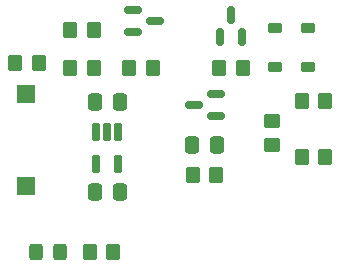
<source format=gbr>
%TF.GenerationSoftware,KiCad,Pcbnew,9.0.3*%
%TF.CreationDate,2025-10-25T21:42:42-05:00*%
%TF.ProjectId,VoltmeterFrontEnd,566f6c74-6d65-4746-9572-46726f6e7445,rev?*%
%TF.SameCoordinates,Original*%
%TF.FileFunction,Paste,Top*%
%TF.FilePolarity,Positive*%
%FSLAX46Y46*%
G04 Gerber Fmt 4.6, Leading zero omitted, Abs format (unit mm)*
G04 Created by KiCad (PCBNEW 9.0.3) date 2025-10-25 21:42:42*
%MOMM*%
%LPD*%
G01*
G04 APERTURE LIST*
G04 Aperture macros list*
%AMRoundRect*
0 Rectangle with rounded corners*
0 $1 Rounding radius*
0 $2 $3 $4 $5 $6 $7 $8 $9 X,Y pos of 4 corners*
0 Add a 4 corners polygon primitive as box body*
4,1,4,$2,$3,$4,$5,$6,$7,$8,$9,$2,$3,0*
0 Add four circle primitives for the rounded corners*
1,1,$1+$1,$2,$3*
1,1,$1+$1,$4,$5*
1,1,$1+$1,$6,$7*
1,1,$1+$1,$8,$9*
0 Add four rect primitives between the rounded corners*
20,1,$1+$1,$2,$3,$4,$5,0*
20,1,$1+$1,$4,$5,$6,$7,0*
20,1,$1+$1,$6,$7,$8,$9,0*
20,1,$1+$1,$8,$9,$2,$3,0*%
G04 Aperture macros list end*
%ADD10RoundRect,0.250000X-0.350000X-0.450000X0.350000X-0.450000X0.350000X0.450000X-0.350000X0.450000X0*%
%ADD11RoundRect,0.150000X-0.587500X-0.150000X0.587500X-0.150000X0.587500X0.150000X-0.587500X0.150000X0*%
%ADD12RoundRect,0.250000X0.350000X0.450000X-0.350000X0.450000X-0.350000X-0.450000X0.350000X-0.450000X0*%
%ADD13RoundRect,0.250000X0.450000X-0.350000X0.450000X0.350000X-0.450000X0.350000X-0.450000X-0.350000X0*%
%ADD14RoundRect,0.150000X0.587500X0.150000X-0.587500X0.150000X-0.587500X-0.150000X0.587500X-0.150000X0*%
%ADD15RoundRect,0.250000X-0.337500X-0.475000X0.337500X-0.475000X0.337500X0.475000X-0.337500X0.475000X0*%
%ADD16RoundRect,0.162500X-0.162500X0.617500X-0.162500X-0.617500X0.162500X-0.617500X0.162500X0.617500X0*%
%ADD17RoundRect,0.225000X0.375000X-0.225000X0.375000X0.225000X-0.375000X0.225000X-0.375000X-0.225000X0*%
%ADD18RoundRect,0.250000X0.337500X0.475000X-0.337500X0.475000X-0.337500X-0.475000X0.337500X-0.475000X0*%
%ADD19RoundRect,0.225000X-0.375000X0.225000X-0.375000X-0.225000X0.375000X-0.225000X0.375000X0.225000X0*%
%ADD20RoundRect,0.150000X0.150000X-0.587500X0.150000X0.587500X-0.150000X0.587500X-0.150000X-0.587500X0*%
%ADD21RoundRect,0.250000X-0.325000X-0.450000X0.325000X-0.450000X0.325000X0.450000X-0.325000X0.450000X0*%
%ADD22R,1.500000X1.500000*%
G04 APERTURE END LIST*
D10*
%TO.C,R12*%
X103000000Y-69750000D03*
X105000000Y-69750000D03*
%TD*%
%TO.C,R8*%
X108000000Y-69750000D03*
X110000000Y-69750000D03*
%TD*%
%TO.C,R7*%
X103000000Y-66500000D03*
X105000000Y-66500000D03*
%TD*%
D11*
%TO.C,Q3*%
X108312500Y-64800000D03*
X108312500Y-66700000D03*
X110187500Y-65750000D03*
%TD*%
D10*
%TO.C,R27*%
X113373500Y-78752000D03*
X115373500Y-78752000D03*
%TD*%
D12*
%TO.C,R18*%
X124586000Y-77252000D03*
X122586000Y-77252000D03*
%TD*%
D13*
%TO.C,R14*%
X120086000Y-76252000D03*
X120086000Y-74252000D03*
%TD*%
D14*
%TO.C,U10*%
X115356500Y-73830000D03*
X115356500Y-71930000D03*
X113481500Y-72880000D03*
%TD*%
D15*
%TO.C,C9*%
X105131000Y-80249940D03*
X107206000Y-80249940D03*
%TD*%
D12*
%TO.C,R1*%
X106657000Y-85344000D03*
X104657000Y-85344000D03*
%TD*%
%TO.C,R17*%
X124586000Y-72502000D03*
X122586000Y-72502000D03*
%TD*%
D16*
%TO.C,U7*%
X107036000Y-75169940D03*
X106086000Y-75169940D03*
X105136000Y-75169940D03*
X105136000Y-77869940D03*
X107036000Y-77869940D03*
%TD*%
D12*
%TO.C,R3*%
X100336000Y-69302000D03*
X98336000Y-69302000D03*
%TD*%
D17*
%TO.C,D4*%
X120336000Y-69652000D03*
X120336000Y-66352000D03*
%TD*%
D12*
%TO.C,R24*%
X117586000Y-69752000D03*
X115586000Y-69752000D03*
%TD*%
D18*
%TO.C,C10*%
X107206000Y-72629940D03*
X105131000Y-72629940D03*
%TD*%
D19*
%TO.C,D5*%
X123086000Y-66352000D03*
X123086000Y-69652000D03*
%TD*%
D20*
%TO.C,Q8*%
X115636000Y-67127000D03*
X117536000Y-67127000D03*
X116586000Y-65252000D03*
%TD*%
D21*
%TO.C,D1*%
X100076000Y-85344000D03*
X102126000Y-85344000D03*
%TD*%
D22*
%TO.C,SW3*%
X99236000Y-71952000D03*
X99236000Y-79752000D03*
%TD*%
D15*
%TO.C,C17*%
X113336000Y-76252000D03*
X115411000Y-76252000D03*
%TD*%
M02*

</source>
